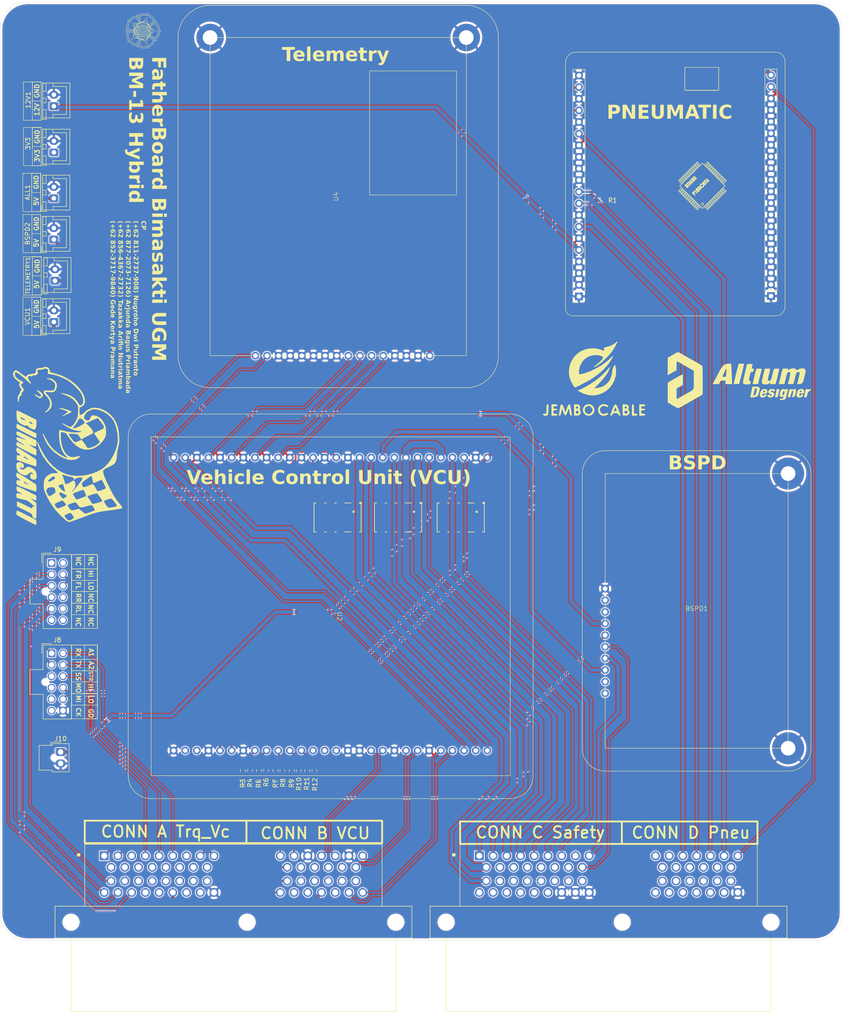
<source format=kicad_pcb>
(kicad_pcb (version 20241229) (generator "pcbnew") (generator_version "9.0")
  (layers (0 "F.Cu" signal) (2 "B.Cu" signal) (13 "F.Paste" user) (15 "B.Paste" user) (5 "F.SilkS" user "F.Silkscreen") (7 "B.SilkS" user "B.Silkscreen") (1 "F.Mask" user) (3 "B.Mask" user) (25 "Edge.Cuts" user))
  (net 0 "")
  (net 2 "SDC_B")
  (net 3 "GND")
  (net 4 "12V")
  (net 5 "3V3")
  (net 6 "ECU_LO")
  (net 7 "ESC2_LO")
  (net 8 "ESC1_LO")
  (net 10 "DISP_HI")
  (net 11 "BMS_LO")
  (net 12 "ECU_HI")
  (net 14 "IND_SWITCH")
  (net 15 "BMS_HI")
  (net 17 "ESC1_HI")
  (net 18 "ESC2_HI")
  (net 19 "TPS")
  (net 21 "DISP_LO")
  (net 22 "STEER_IN")
  (net 23 "BRK_P")
  (net 24 "SS")
  (net 25 "SUSP4")
  (net 26 "ENG_RLY")
  (net 27 "SUSP2")
  (net 28 "APPS_IN1")
  (net 29 "STM_RX")
  (net 30 "APPS_IN2")
  (net 31 "SCK")
  (net 32 "AIR")
  (net 33 "MISO")
  (net 34 "MOSI")
  (net 35 "AMB_TEMP")
  (net 36 "SUSP1")
  (net 37 "SUSP3")
  (net 38 "SWITCH_HY")
  (net 39 "STM_TX")
  (net 40 "WS_FL")
  (net 41 "WS_FR")
  (net 42 "WS_RL")
  (net 43 "WS_RR")
  (net 44 "SCK_T")
  (net 47 "MISO_T")
  (net 49 "MOSI_T")
  (net 51 "CS_T")
  (net 57 "SAFETY")
  (net 58 "SDC_IN")
  (net 59 "FAN_BATT")
  (net 60 "BRAKE_LIGHT")
  (net 61 "SDC_OUT")
  (net 62 "PDM")
  (net 68 "TX_PNEU")
  (net 69 "RX_PNEU")
  (net 93 "/SCL")
  (net 100 "/SDA")
  (net 115 "5V_T")
  (net 116 "5V_B")
  (net 117 "5V_V")
  (net 118 "5V_P")
  (net 119 "PNEU_UP")
  (net 120 "PNEU_DOWN")
  (net 121 "UP")
  (net 122 "DOWN")
  (net 126 "SUSP1_L")
  (net 127 "SUSP2_L")
  (net 128 "SUSP3_L")
  (net 129 "SUSP4_L")
  (net 130 "BRK_P_L")
  (net 140 "GPOS")
  (footprint "Resistor_SMD:R_0603_1608Metric_Pad0.98x0.95mm_HandSolder" (layer "F.Cu") (at 218.611691 271.895381 -90)
    (property "Reference" "R4")
    (property "Value" "3K")
  )
  (footprint "Resistor_SMD:R_0603_1608Metric_Pad0.98x0.95mm_HandSolder" (layer "F.Cu") (at 225.7 271.8875 -90)
    (property "Reference" "R8")
    (property "Value" "3K")
  )
  (footprint "Connector_JST:JST_XH_B2B-XH-A_1x02_P2.50mm_Vertical" (layer "F.Cu") (at 175.745565 173.876387 90)
    (property "Reference" "VCU1")
    (property "Value" "5V_3")
  )
  (footprint "Connector_Molex:Molex_Nano-Fit_105310-xx12_2x06_P2.50mm_Vertical" (layer "F.Cu") (at 175.25 226.525)
    (property "Reference" "J9")
    (property "Value" "SIGNAL 2")
  )
  (footprint "0_logo:111jembo_tulisan_23_16" (layer "F.Cu") (at 294 186.2)
    (property "Reference" "G***" (hide yes))
    (property "Value" "LOGO" (hide yes))
  )
  (footprint "Resistor_SMD:R_0603_1608Metric_Pad0.98x0.95mm_HandSolder" (layer "F.Cu") (at 229.25 271.8875 -90)
    (property "Reference" "R10")
    (property "Value" "3K")
  )
  (footprint "0_FootprintTelemetry:0_FootprintTelemetry" (layer "F.Cu") (at 237.9 146.5 90)
    (property "Reference" "U4")
    (property "Value" "~")
  )
  (footprint "Resistor_SMD:R_0603_1608Metric_Pad0.98x0.95mm_HandSolder" (layer "F.Cu") (at 217.066559 271.8875 -90)
    (property "Reference" "R3")
    (property "Value" "2K")
  )
  (footprint "Connector_JST:JST_XH_B2B-XH-A_1x02_P2.50mm_Vertical" (layer "F.Cu") (at 175.75 126.75 90)
    (property "Reference" "12V1")
    (property "Value" "12V")
  )
  (footprint "Connector_JST:JST_XH_B2B-XH-A_1x02_P2.50mm_Vertical" (layer "F.Cu") (at 175.745565 146.876387 90)
    (property "Reference" "ALL1")
    (property "Value" "5V_5")
  )
  (footprint "0_logo:ugm 7.8x7.8" (layer "F.Cu") (at 195.3 110.3 -90)
    (property "Reference" "G***" (hide yes))
    (property "Value" "LOGO" (hide yes))
  )
  (footprint "Resistor_SMD:R_0603_1608Metric_Pad0.98x0.95mm_HandSolder" (layer "F.Cu") (at 222.144192 271.872036 -90)
    (property "Reference" "R6")
    (property "Value" "3K")
  )
  (footprint "0_FootPrintBPSD:FootPrintBPSD" (layer "F.Cu") (at 316.25 237)
    (property "Reference" "BSPD1")
    (property "Value" "~")
  )
  (footprint "Resistor_SMD:R_0603_1608Metric_Pad0.98x0.95mm_HandSolder" (layer "F.Cu") (at 295.1875 147.3)
    (property "Reference" "R1")
    (property "Value" "R")
  )
  (footprint "Resistor_SMD:R_0603_1608Metric_Pad0.98x0.95mm_HandSolder" (layer "F.Cu") (at 231.15 271.8875 -90)
    (property "Reference" "R11")
    (property "Value" "2K")
  )
  (footprint "Resistor_SMD:R_0603_1608Metric_Pad0.98x0.95mm_HandSolder" (layer "F.Cu") (at 232.7 271.8875 -90)
    (property "Reference" "R12")
    (property "Value" "3K")
  )
  (footprint "Connector_JST:JST_XH_B2B-XH-A_1x02_P2.50mm_Vertical" (layer "F.Cu") (at 175.995565 164.876387 90)
    (property "Reference" "TELEMETRY1")
    (property "Value" "5V_1")
  )
  (footprint "Resistor_SMD:R_0603_1608Metric_Pad0.98x0.95mm_HandSolder" (layer "F.Cu") (at 220.600091 271.874786 -90)
    (property "Reference" "R5")
    (property "Value" "2K")
  )
  (footprint "Bimasakti:BIMSAK GEDE BANGET" (layer "F.Cu") (at 178.75 201 -90)
    (property "Reference" "G***" (hide yes))
    (property "Value" "LOGO" (hide yes))
  )
  (footprint "Connector_JST:JST_XH_B2B-XH-A_1x02_P2.50mm_Vertical" (layer "F.Cu") (at 175.745565 155.876387 90)
    (property "Reference" "BSPD2")
    (property "Value" "5V_2")
  )
  (footprint "Resistor_SMD:R_0603_1608Metric_Pad0.98x0.95mm_HandSolder" (layer "F.Cu") (at 224.2 271.8875 -90)
    (property "Reference" "R7")
    (property "Value" "2K")
  )
  (footprint "0_FootprintVCU:FootprintVCU" (layer "F.Cu") (at 236.25 236 -90)
    (property "Reference" "U2")
    (property "Value" "~")
  )
  (footprint "Resistor_SMD:R_0603_1608Metric_Pad0.98x0.95mm_HandSolder" (layer "F.Cu") (at 227.75 271.8875 -90)
    (property "Reference" "R9")
    (property "Value" "2K")
  )
  (footprint "0_logo:altium 36x36" (layer "F.Cu") (at 325.8 186.6)
    (property "Reference" "G***" (hide yes))
    (property "Value" "LOGO" (hide yes))
  )
  (footprint "Connector_Molex:Molex_Nano-Fit_105309-xx02_1x02_P2.50mm_Vertical" (layer "F.Cu") (at 177.225 267.825)
    (property "Reference" "J10")
    (property "Value" "power")
  )
  (footprint "Connector_JST:JST_XH_B2B-XH-A_1x02_P2.50mm_Vertical" (layer "F.Cu") (at 175.75 136.85 90)
    (property "Reference" "3V3")
    (property "Value" "3V3_1")
  )
  (footprint "0_VCU_CONNECTOR_TE_6437288-3:VCU_CONNECTOR_TE_6437288-3" (layer "F.Cu") (at 300 305)
    (property "Reference" "J11" (hide yes))
    (property "Value" "6437288-3")
  )
  (footprint "0_VCU_CONNECTOR_TE_6437288-3:VCU_CONNECTOR_TE_6437288-3" (layer "F.Cu") (at 218 305)
    (property "Reference" "J1" (hide yes))
    (property "Value" "6437288-3")
  )
  (footprint "0_Footprint_PNEUMATIC:Fooprint Pneumatic" (layer "F.Cu") (at 311.482861 141.35)
    (property "Reference" "U1" (hide yes))
    (property "Value" "~")
  )
  (footprint "Connector_Molex:Molex_Nano-Fit_105310-xx12_2x06_P2.50mm_Vertical" (layer "F.Cu") (at 175.25 246.275)
    (property "Reference" "J8")
    (property "Value" "SIGNAL 1")
  )
  (gr_rect (start 179.6 244.445) (end 185.25 247.575) (stroke (width 0.1)) (fill no) (layer "F.SilkS"))
  (gr_rect (start 171.05 131.4) (end 173 135.575) (stroke (width 0.1)) (fill no) (layer "F.SilkS"))
  (gr_rect (start 264.55 283) (end 329.55 287.9) (stroke (width 0.4)) (fill no) (layer "F.SilkS"))
  (gr_rect (start 170.945565 168.476387) (end 172.895565 172.651387) (stroke (width 0.1)) (fill no) (layer "F.SilkS"))
  (gr_rect (start 169.1 159.65) (end 173 168) (stroke (width 0.1)) (fill no) (layer "F.SilkS"))
  (gr_rect (start 179.6125 227.825) (end 185.2625 230.325) (stroke (width 0.1)) (fill no) (layer "F.SilkS"))
  (gr_rect (start 170.945565 150.426387) (end 172.895565 154.601387) (stroke (width 0.1)) (fill no) (layer "F.SilkS"))
  (gr_rect (start 168.995565 150.426387) (end 172.895565 158.776387) (stroke (width 0.1)) (fill no) (layer "F.SilkS"))
  (gr_rect (start 169.1 121.475) (end 173 129.825) (stroke (width 0.1)) (fill no) (layer "F.SilkS"))
  (gr_line (start 217.85 282.925) (end 217.85 287.675) (stroke (width 0.4)) (layer "F.SilkS"))
  (gr_rect (start 169.1 131.4) (end 173 139.75) (stroke (width 0.1)) (fill no) (layer "F.SilkS"))
  (gr_rect (start 179.6 252.51) (end 185.25 255.075) (stroke (width 0.1)) (fill no) (layer "F.SilkS"))
  (gr_rect (start 171.05 131.4) (end 173 139.75) (stroke (width 0.1)) (fill no) (layer "F.SilkS"))
  (gr_rect (start 182.5 282.825) (end 247.5 287.725) (stroke (width 0.4)) (fill no) (layer "F.SilkS"))
  (gr_rect (start 179.6125 224.695) (end 185.2625 240.825) (stroke (width 0.1)) (fill no) (layer "F.SilkS"))
  (gr_rect (start 179.6 247.575) (end 185.25 250.075) (stroke (width 0.1)) (fill no) (layer "F.SilkS"))
  (gr_rect (start 171.05 121.475) (end 173 125.65) (stroke (width 0.1)) (fill no) (layer "F.SilkS"))
  (gr_rect (start 171.05 159.65) (end 173 163.825) (stroke (width 0.1)) (fill no) (layer "F.SilkS"))
  (gr_rect (start 170.945565 150.426387) (end 172.895565 158.776387) (stroke (width 0.1)) (fill no) (layer "F.SilkS"))
  (gr_rect (start 179.6125 230.325) (end 185.2625 232.76) (stroke (width 0.1)) (fill no) (layer "F.SilkS"))
  (gr_rect (start 168.995565 168.476387) (end 172.895565 176.826387) (stroke (width 0.1)) (fill no) (layer "F.SilkS"))
  (gr_rect (start 179.6 244.445) (end 185.25 260.575) (stroke (width 0.1)) (fill no) (layer "F.SilkS"))
  (gr_rect (start 170.920565 141.426387) (end 172.870565 149.776387) (stroke (width 0.1)) (fill no) (layer "F.SilkS"))
  (gr_rect (start 170.920565 141.426387) (end 172.870565 145.601387) (stroke (width 0.1)) (fill no) (layer "F.SilkS"))
  (gr_rect (start 168.963449 141.424613) (end 172.863449 149.774613) (stroke (width 0.1)) (fill no) (layer "F.SilkS"))
  (gr_rect (start 182.425 244.445) (end 185.25 260.575) (stroke (width 0.1)) (fill no) (layer "F.SilkS"))
  (gr_rect (start 179.6125 232.76) (end 185.2625 235.325) (stroke (width 0.1)) (fill no) (layer "F.SilkS"))
  (gr_rect (start 179.6125 224.695) (end 185.2625 227.825) (stroke (width 0.1)) (fill no) (layer "F.SilkS"))
  (gr_rect (start 171.05 121.475) (end 173 129.825) (stroke (width 0.1)) (fill no) (layer "F.SilkS"))
  (gr_rect (start 171.05 159.65) (end 173 168) (stroke (width 0.1)) (fill no) (layer "F.SilkS"))
  (gr_rect (start 179.6 250.075) (end 185.25 252.51) (stroke (width 0.1)) (fill no) (layer "F.SilkS"))
  (gr_rect (start 179.6 255.075) (end 185.25 257.575) (stroke (width 0.1)) (fill no) (layer "F.SilkS"))
  (gr_line (start 299.9 283.1) (end 299.9 287.85) (stroke (width 0.4)) (layer "F.SilkS"))
  (gr_rect (start 179.6125 235.325) (end 185.2625 237.825) (stroke (width 0.1)) (fill no) (layer "F.SilkS"))
  (gr_rect (start 182.4375 224.695) (end 185.2625 240.825) (stroke (width 0.1)) (fill no) (layer "F.SilkS"))
  (gr_rect (start 170.945565 168.476387) (end 172.895565 176.826387) (stroke (width 0.1)) (fill no) (layer "F.SilkS"))
  (gr_arc (start 348 303) (mid 346.242641 307.242641) (end 342 309) (stroke (width 0.05)) (layer "Edge.Cuts"))
  (gr_arc (start 342 104) (mid 346.242641 105.757359) (end 348 110) (stroke (width 0.05)) (layer "Edge.Cuts"))
  (gr_line (start 170 104) (end 342 104) (stroke (width 0.05)) (layer "Edge.Cuts"))
  (gr_line (start 164 303) (end 164 110) (stroke (width 0.05)) (layer "Edge.Cuts"))
  (gr_arc (start 164 110) (mid 165.757359 105.757359) (end 170 104) (stroke (width 0.05)) (layer "Edge.Cuts"))
  (gr_line (start 348 110) (end 348 303) (stroke (width 0.05)) (layer "Edge.Cuts"))
  (gr_line (start 342 309) (end 170 309) (stroke (width 0.05)) (layer "Edge.Cuts"))
  (gr_arc (start 170 309) (mid 165.757359 307.242641) (end 164 303) (stroke (width 0.05)) (layer "Edge.Cuts"))
  (gr_text "MO\n" (at 180.511361 252.591114 270) (layer "F.SilkS") (effects (font (size 1 1) (thickness 0.2) (bold yes)) (justify left bottom)))
  (gr_text "12V" (at 172.65 129 90) (layer "F.SilkS") (effects (font (size 1 1) (thickness 0.2) (bold yes)) (justify left bottom)))
  (gr_text "PNEUMATIC" (at 296.6 130 0) (layer "F.SilkS") (effects (font (size 3 3) (thickness 0.6) (bold yes) (italic yes)) (justify left bottom)))
  (gr_text "GND" (at 172.7 163.35 90) (layer "F.SilkS") (effects (font (size 1 1) (thickness 0.2) (bold yes)) (justify left bottom)))
  (gr_text "GND" (at 172.545565 154.076387 90) (layer "F.SilkS") (effects (font (size 1 1) (thickness 0.2) (bold yes)) (justify left bottom)))
  (gr_text "MI" (at 180.525 255.285 270) (layer "F.SilkS") (effects (font (size 1 1) (thickness 0.2) (bold yes)) (justify left bottom)))
  (gr_text "GND" (at 172.7 135.1 90) (layer "F.SilkS") (effects (font (size 1 1) (thickness 0.2) (bold yes)) (justify left bottom)))
  (gr_text "FR" (at 180.475 228 270) (layer "F.SilkS") (effects (font (size 1 1) (thickness 0.2) (bold yes)) (justify left bottom)))
  (gr_text "HI" (at 183.225 252.75 270) (layer "F.SilkS") (effects (font (size 1 1) (thickness 0.2) (bold yes)) (justify left bottom)))
  (gr_text "GND" (at 172.495565 145.026387 90) (layer "F.SilkS") (effects (font (size 1 1) (thickness 0.2) (bold yes)) (justify left bottom)))
  (gr_text "5V" (at 172.6 166.75 90) (layer "F.SilkS") (effects (font (size 1 1) (thickness 0.2) (bold yes)) (justify left bottom)))
  (gr_text "FatherBoard Bimasakti UGM\nBM-13 Hybrid " (at 191.7 115.825 270) (layer "F.SilkS") (effects (font (size 3 3) (thickness 0.4) (bold yes) (italic yes)) (justify left bottom)))
  (gr_text "CONN B VCU" (at 220.65 287.025 0) (layer "F.SilkS") (effects (font (size 2.5 2.5) (thickness 0.4)) (justify left bottom)))
  (gr_text "A2" (at 183.325 247.885 270) (layer "F.SilkS") (effects (font (size 1 1) (thickness 0.2) (bold yes)) (justify left bottom)))
  (gr_text "NC" (at 183.25 225 270) (layer "F.SilkS") (effects (font (size 1 1) (thickness 0.2) (bold yes)) (justify left bottom)))
  (gr_text "CONN C Safety" (at 267.7 286.85 0) (layer "F.SilkS") (effects (font (size 2.5 2.5) (thickness 0.4)) (justify left bottom)))
  (gr_text "Vehicle Control Unit (VCU)" (at 204.75 209.8 0) (layer "F.SilkS") (effects (font (size 3 3) (thickness 0.6) (bold yes) (italic yes)) (justify left bottom)))
  (gr_text "NC" (at 183.25 233 270) (layer "F.SilkS") (effects (font (size 1 1) (thickness 0.2) (bold yes)) (justify left bottom)))
  (gr_text "NC" (at 183.25 238.25 270) (layer "F.SilkS") (effects (font (size 1 1) (thickness 0.2) (bold yes)) (justify left bottom)))
  (gr_text "RX" (at 180.48704 244.978652 270) (layer "F.SilkS") (effects (font (size 1 1) (thickness 0.2) (bold yes)) (justify left bottom)))
  (gr_text "FL" (at 180.5 230.5 270) (layer "F.SilkS") (effects (font (size 1 1) (thickness 0.2) (bold yes)) (justify left bottom)))
  (gr_text "GD" (at 183.275 258.25 270) (layer "F.SilkS") (effects (font (size 1 1) (thickness 0.2) (bold yes)) (justify left bottom)))
  (gr_text "CONN A Trq_Vc" (at 185.8 286.675 0) (layer "F.SilkS") (effects (font (size 2.5 2.5) (thickness 0.4)) (justify left bottom)))
  (gr_text "TX" (at 180.48704 247.693652 270) (layer "F.SilkS") (effects (font (size 1 1) (thickness 0.2) (bold yes)) (justify left bottom)))
  (gr_text "3V3" (at 172.7 139.1 90) (layer "F.SilkS") (effects (font (size 1 1) (thickness 0.2) (bold yes)) (justify left bottom)))
  (gr_text "HI" (at 183.2125 228 270) (layer "F.SilkS") (effects (font (size 1 1) (thickness 0.2) (bold yes)) (justify left bottom)))
  (gr_text "GND" (at 172.65 125.1 90) (layer "F.SilkS") (effects (font (size 1 1) (thickness 0.2) (bold yes)) (justify left bottom)))
  (gr_text "SS" (at 180.5 250.25 270) (layer "F.SilkS") (effects (font (size 1 1) (thickness 0.2) (bold yes)) (justify left bottom)))
  (gr_text "CONN D Pneu" (at 301.8 286.9 0) (layer "F.SilkS") (effects (font (size 2.5 2.5) (thickness 0.4)) (justify left bottom)))
  (gr_text "CP\n(+62 811-2737-908) Nugroho Dwi Putranto\n(+62 877-2073-7126) Arjunda Bagus Priambada\n(+62 856-4367-2732) Tazakka Arifin Nutriatma\n(+62 852-3717-9840) Gede Kertya Pramana   \n" (at 188 151.75 270) (layer "F.SilkS") (effects (font (size 1 1) (thickness 0.25) (bold yes)) (justify left bottom)))
  (gr_text "GND" (at 172.545565 172.176387 90) (layer "F.SilkS") (effects (font (size 1 1) (thickness 0.2) (bold yes)) (justify left bottom)))
  (gr_text "NC" (at 183.225 235.5 270) (layer "F.SilkS") (effects (font (size 1 1) (thickness 0.2) (bold yes)) (justify left bottom)))
  (gr_text "LO" (at 183.25 255.25 270) (layer "F.SilkS") (effects (font (size 1 1) (thickness 0.2) (bold yes)) (justify left bottom)))
  (gr_text "Telemetry" (at 225.6 117.4 0) (layer "F.SilkS") (effects (font (size 3 3) (thickness 0.6) (bold yes) (italic yes)) (justify left bottom)))
  (gr_text "A1" (at 183.325 245.085 270) (layer "F.SilkS") (effects (font (size 1 1) (thickness 0.2) (bold yes)) (justify left bottom)))
  (gr_text "LO" (at 183.25 230.5 270) (layer "F.SilkS") (effects (font (size 1 1) (thickness 0.2) (bold yes)) (justify left bottom)))
  (gr_text "5V" (at 172.495565 157.676387 90) (layer "F.SilkS") (effects (font (size 1 1) (thickness 0.2) (bold yes)) (justify left bottom)))
  (gr_text "NC" (at 180.5 225 270) (layer "F.SilkS") (effects (font (size 1 1) (thickness 0.2) (bold yes)) (justify left bottom)))
  (gr_text "NC" (at 180.5 238.25 270) (layer "F.SilkS") (effects (font (size 1 1) (thickness 0.2) (bold yes)) (justify left bottom)))
  (gr_text "CK" (at 180.525 258 270) (layer "F.SilkS") (effects (font (size 1 1) (thickness 0.2) (bold yes)) (justify left bottom)))
  (gr_text "BSPD" (at 310 206.6 0) (layer "F.SilkS") (effects (font (size 3 3) (thickness 0.6) (bold yes) (italic yes)) (justify left bottom)))
  (gr_text "5V" (at 172.495565 148.576387 90) (layer "F.SilkS") (effects (font (size 1 1) (thickness 0.2) (bold yes)) (justify left bottom)))
  (gr_text "RL" (at 180.525 235.535 270) (layer "F.SilkS") (effects (font (size 1 1) (thickness 0.2) (bold yes)) (justify left bottom)))
  (gr_text "5V" (at 172.595565 175.476387 90) (layer "F.SilkS") (effects (font (size 1 1) (thickness 0.2) (bold yes)) (justify left bottom)))
  (gr_text "STR" (at 183.360679 250.058388 270) (layer "F.SilkS") (effects (font (size 0.8 0.8) (thickness 0.14) (bold yes)) (justify left bottom)))
  (gr_text "RR" (at 180.5 233 270) (layer "F.SilkS") (effects (font (size 1 1) (thickness 0.2) (bold yes)) (justify left bottom)))
  (segment (start 247.64 203.5) (end 247.64 200.96) (width 0.8) (layer "B.Cu") (net 2))
  (segment (start 272.5 197.9) (end 280.2 205.6) (width 0.8) (layer "B.Cu") (net 2))
  (segment (start 296.23 249.9) (end 296.25 249.92) (width 0.8) (layer "B.Cu") (net 2))
  (segment (start 250.7 197.9) (end 272.5 197.9) (width 0.8) (layer "B.Cu") (net 2))
  (segment (start 280.2 205.6) (end 280.2 236.9) (width 0.8) (layer "B.Cu") (net 2))
  (segment (start 280.2 236.9) (end 293.2 249.9) (width 0.8) (layer "B.Cu") (net 2))
  (segment (start 247.64 200.96) (end 250.7 197.9) (width 0.8) (layer "B.Cu") (net 2))
  (segment (start 293.2 249.9) (end 296.23 249.9) (width 0.8) (layer "B.Cu") (net 2))
  (via (at 217 274.6) (size 0.6) (drill 0.3) (layers "F.Cu" "B.Cu") (net 3))
  (via (at 224 274.4) (size 0.6) (drill 0.3) (layers "F.Cu" "B.Cu") (net 3))
  (via (at 230.8 274.4) (size 0.6) (drill 0.3) (layers "F.Cu" "B.Cu") (net 3))
  (via (at 220.6 274.4) (size 0.6) (drill 0.3) (layers "F.Cu" "B.Cu") (net 3))
  (via (at 227.4 274.4) (size 0.6) (drill 0.3) (layers "F.Cu" "B.Cu") (net 3))
  (segment (start 236.75 237.25) (end 270.5 203.5) (width 0.8) (layer "F.Cu") (net 4))
  (segment (start 278.985225 146.614775) (end 278.985225 195.014775) (width 0.8) (layer "F.Cu") (net 4))
  (segment (start 180.475 267.825) (end 177.225 267.825) (width 0.8) (layer "F.Cu") (net 4))
  (segment (start 187.5 260.8) (end 180.475 267.825) (width 0.8) (layer "F.Cu") (net 4))
  (segment (start 228.25 237.25) (end 236.75 237.25) (width 0.8) (layer "F.Cu") (net 4))
  (segment (start 278.985225 195.014775) (end 270.5 203.5) (width 0.8) (layer "F.Cu") (net 4))
  (via (at 228.25 237.25) (size 0.6) (drill 0.3) (layers "F.Cu" "B.Cu") (net 4))
  (via (at 187.5 260.8) (size 0.6) (drill 0.3) (layers "F.Cu" "B.Cu") (net 4))
  (via (at 278.985225 146.614775) (size 0.6) (drill 0.3) (layers "F.Cu" "B.Cu") (net 4))
  (segment (start 177 127) (end 176 127) (width 0.8) (layer "B.Cu") (net 4))
  (segment (start 187.5 260.8) (end 188.4 259.9) (width 0.8) (layer "B.Cu") (net 4))
  (segment (start 224.15 237.25) (end 228.25 237.25) (width 0.8) (layer "B.Cu") (net 4))
  (segment (start 259.37045 127) (end 177 127) (width 0.8) (layer "B.Cu") (net 4))
  (segment (start 290.523223 158.152774) (end 278.985225 146.614775) (width 0.8) (layer "B.Cu") (net 4))
  (segment (start 188.4 259.9) (end 201.5 259.9) (width 0.8) (layer "B.Cu") (net 4))
  (segment (start 201.5 259.9) (end 224.15 237.25) (width 0.8) (layer "B.Cu") (net 4))
  (segment (start 278.985225 146.614775) (end 259.37045 127) (width 0.8) (layer "B.Cu") (net 4))
  (segment (start 176 127) (end 175.75 126.75) (width 0.8) (layer "B.Cu") (net 4))
  (segment (start 177 127) (end 175.75 127) (width 0.8) (layer "B.Cu") (net 4))
  (segment (start 258.7 269.14) (end 260.34 267.5) (width 0.4) (layer "B.Cu") (net 6))
  (segment (start 258.7 286.8) (end 258.7 269.14) (width 0.4) (layer "B.Cu") (net 6))
  (segment (start 247 298.5) (end 258.7 286.8) (width 0.4) (layer "B.Cu") (net 6))
  (segment (start 243.25 298.5) (end 247 298.5) (width 0.4) (layer "B.Cu") (net 6))
  (segment (start 178.75 230.5) (end 183.5 230.5) (width 0.4) (layer "F.Cu") (net 7))
  (segment (start 208.899 280.498942) (end 208.899 289.351) (width 0.4) (layer "F.Cu") (net 7))
  (segment (start 177.75 231.525) (end 177.75 231.5) (width 0.4) (layer "F.Cu") (net 7))
  (segment (start 208.899 289.351) (end 207.75 290.5) (width 0.4) (layer "F.Cu") (net 7))
  (segment (start 193.899 240.899) (end 193.899 265.498942) (width 0.4) (layer "F.Cu") (net 7))
  (segment (start 183.5 230.5) (end 193.899 240.899) (width 0.4) (layer "F.Cu") (net 7))
  (segment (start 193.899 265.498942) (end 208.899 280.498942) (width 0.4) (layer "F.Cu") (net 7))
  (segment (start 177.75 231.5) (end 178.75 230.5) (width 0.4) (layer "F.Cu") (net 7))
  (segment (start 177.75 231.525) (end 177.75 231) (width 0.4) (layer "F.Cu") (net 7))
  (segment (start 190.5 286.75) (end 186.75 290.5) (width 0.4) (layer "F.Cu") (net 8))
  (segment (start 177.75 256.275) (end 178.674 255.351) (width 0.4) (layer "F.Cu") (net 8))
  (segment (start 187.101 255.351) (end 190.5 258.75) (width 0.4) (layer "F.Cu") (net 8))
  (segment (start 190.5 258.75) (end 190.5 286.75) (width 0.4) (layer "F.Cu") (net 8))
  (segment (start 178.674 255.351) (end 187.101 255.351) (width 0.4) (layer "F.Cu") (net 8))
  (segment (start 236 289.25) (end 237.25 290.5) (width 0.4) (layer "B.Cu") (net 10))
  (segment (start 247.64 267.5) (end 246.75 268.39) (width 0.4) (layer "B.Cu") (net 10))
  (segment (start 236 282.75) (end 236 289.25) (width 0.4) (layer "B.Cu") (net 10))
  (segment (start 246.75 268.39) (end 246.75 272) (width 0.4) (layer "B.Cu") (net 10))
  (segment (start 246.75 272) (end 236 282.75) (width 0.4) (layer "B.Cu") (net 10))
  (segment (start 245.451 291.649) (end 252.6 284.5) (width 0.4) (layer "B.Cu") (net 11))
  (segment (start 244.399 291.649) (end 245.451 291.649) (width 0.4) (layer "B.Cu") (net 11))
  (segment (start 252.6 284.5) (end 252.6 267.62) (width 0.4) (layer "B.Cu") (net 11))
  (segment (start 252.6 267.62) (end 252.72 267.5) (width 0.4) (layer "B.Cu") (net 11))
  (segment (start 243.25 290.5) (end 244.399 291.649) (width 0.4) (layer "B.Cu") (net 11))
  (segment (start 259.301 287.048942) (end 259.301 271.079) (width 0.4) (layer "B.Cu") (net 12))
  (segment (start 242.25 300.5) (end 244 300.5) (width 0.4) (layer "B.Cu") (net 12))
  (segment (start 247.248942 299.101) (end 259.301 287.048942) (width 0.4) (layer "B.Cu") (net 12))
  (segment (start 240.25 298.5) (end 242.25 300.5) (width 0.4) (layer "B.Cu") (net 12))
  (segment (start 244 300.5) (end 245.399 299.101) (width 0.4) (layer "B.Cu") (net 12))
  (segment (start 259.301 271.079) (end 262.88 267.5) (width 0.4) (layer "B.Cu") (net 12))
  (segment (start 245.399 299.101) (end 247.248942 299.101) (width 0.4) (layer "B.Cu") (net 12))
  (segment (start 204.46 203.5) (end 219.86 218.9) (width 0.8) (layer "B.Cu") (net 14))
  (segment (start 262.7 285) (end 262.7 291.9) (width 0.8) (layer "B.Cu") (net 14))
  (segment (start 273.6 265) (end 273.6 274.1) (width 0.8) (layer "B.Cu") (net 14))
  (segment (start 273.6 274.1) (end 262.7 285) (width 0.8) (layer "B.Cu") (net 14))
  (segment (start 262.7 291.9) (end 266.8 296) (width 0.8) (layer "B.Cu") (net 14))
  (segment (start 266.8 296) (end 270.25 296) (width 0.8) (layer "B.Cu") (net 14))
  (segment (start 219.86 218.9) (end 227.5 218.9) (width 0.8) (layer "B.Cu") (net 14))
  (segment (start 227.5 218.9) (end 273.6 265) (width 0.8) (layer "B.Cu") (net 14))
  (segment (start 253.201 269.559) (end 253.201 284.748942) (width 0.4) (layer "B.Cu") (net 15))
  (segment (start 253.201 284.748942) (end 245.699942 292.25) (width 0.4) (layer "B.Cu") (net 15))
  (segment (start 242.5 292.25) (end 241.75 293) (width 0.4) (layer "B.Cu") (net 15))
  (segment (start 245.699942 292.25) (end 242.5 292.25) (width 0.4) (layer "B.Cu") (net 15))
  (segment (start 255.26 267.5) (end 253.201 269.559) (width 0.4) (layer "B.Cu") (net 15))
  (segment (start 191.101 289.149) (end 189.75 290.5) (width 0.4) (layer "F.Cu") (net 17))
  (segment (start 187.5 254.75) (end 191.101 258.351) (width 0.4) (layer "F.Cu") (net 17))
  (segment (start 177.75 253.775) (end 178.725 254.75) (width 0.4) (layer "F.Cu") (net 17))
  (segment (start 191.101 258.351) (end 191.101 289.149) (width 0.4) (layer "F.Cu") (net 17))
  (segment (start 178.725 254.75) (end 187.5 254.75) (width 0.4) (layer "F.Cu") (net 17))
  (segment (start 183.748942 229.899) (end 178.624 229.899) (width 0.4) (layer "F.Cu") (net 18))
  (segment (start 209.5 289.25) (end 209.5 280.25) (width 0.4) (layer "F.Cu") (net 18))
  (segment (start 194.5 240.650058) (end 183.748942 229.899) (width 0.4) (layer "F.Cu") (net 18))
  (segment (start 178.624 229.899) (end 177.75 229.025) (width 0.4) (layer "F.Cu") (net 18))
  (segment (start 209.5 280.25) (end 194.5 265.25) (width 0.4) (layer "F.Cu") (net 18))
  (segment (start 210.75 290.5) (end 209.5 289.25) (width 0.4) (layer "F.Cu") (net 18))
  (segment (start 194.5 265.25) (end 194.5 240.650058) (width 0.4) (layer "F.Cu") (net 18))
  (segment (start 291.25 293) (end 294 293) (width 0.4) (layer "B.Cu") (net 19))
  (segment (start 297 265.1) (end 301.2 260.9) (width 0.4) (layer "B.Cu") (net 19))
  (segment (start 294 293) (end 297 290) (width 0.4) (layer "B.Cu") (net 19))
  (segment (start 301.2 247.4) (end 298.64 244.84) (width 0.4) (layer "B.Cu") (net 19))
  (segment (start 301.2 260.9) (end 301.2 247.4) (width 0.4) (layer "B.Cu") (net 19))
  (segment (start 298.64 244.84) (end 296.25 244.84) (width 0.4) (layer "B.Cu") (net 19))
  (segment (start 297 290) (end 297 265.1) (width 0.4) (layer "B.Cu") (net 19))
  (segment (start 246.149 271.751058) (end 235.399 282.501058) (width 0.4) (layer "B.Cu") (net 21))
  (segment (start 245.1 267.5) (end 246.149 268.549) (width 0.4) (layer "B.Cu") (net 21))
  (segment (start 246.149 268.549) (end 246.149 271.751058) (width 0.4) (layer "B.Cu") (net 21))
  (segment (start 235.399 289.351) (end 234.25 290.5) (width 0.4) (layer "B.Cu") (net 21))
  (segment (start 235.399 282.501058) (end 235.399 289.351) (width 0.4) (layer "B.Cu") (net 21))
  (segment (start 183.25 252.75) (end 181.75 251.25) (width 0.4) (layer "B.Cu") (net 22))
  (segment (start 181.75 251.25) (end 180.5 251.25) (width 0.4) (layer "B.Cu") (net 22))
  (segment (start 195.75 290.5) (end 195.75 275.5) (width 0.4) (layer "B.Cu") (net 22))
  (segment (start 180.5 251.25) (end 180.475 251.275) (width 0.4) (layer "B.Cu") (net 22))
  (segment (start 183.25 263) (end 183.25 252.75) (width 0.4) (layer "B.Cu") (net 22))
  (segment (start 180.475 251.275) (end 177.75 251.275) (width 0.4) (layer "B.Cu") (net 22))
  (segment (start 195.75 275.5) (end 183.25 263) (width 0.4) (layer "B.Cu") (net 22))
  (segment (start 232.75 277.9) (end 232.7 277.95) (width 0.4) (layer "F.Cu") (net 23))
  (segment (start 232.7 277.3) (end 232.7 277.35) (width 0.4) (layer "F.Cu") (net 23))
  (segment (start 232.7 280.6) (end 228.25 285.05) (width 0.4) (layer "F.Cu") (net 23))
  (segment (start 228.25 285.05) (end 228.25 290.5) (width 0.4) (layer "F.Cu") (net 23))
  (segment (start 279.5 271.6) (end 273.2 277.9) (width 0.4) (layer "F.Cu") (net 23))
  (segment (start 232.7 277.95) (end 232.7 278.4) (width 0.4) (layer "F.Cu") (net 23))
  (segment (start 273.2 277.9) (end 233.25 277.9) (width 0.4) (layer "F.Cu") (net 23))
  (segment (start 232.7 278.4) (end 232.7 280.6) (width 0.4) (layer "F.Cu") (net 23))
  (segment (start 232.75 278.4) (end 233.25 277.9) (width 0.4) (layer "F.Cu") (net 23))
  (segment (start 232.7 278.4) (end 232.75 278.4) (width 0.4) (layer "F.Cu") (net 23))
  (segment (start 232.7 272.8) (end 232.7 277.3) (width 0.4) (layer "F.Cu") (net 23))
  (segment (start 279.5 259.05) (end 279.5 271.6) (width 0.4) (layer "F.Cu") (net 23))
  (segment (start 233.25 277.9) (end 232.75 277.9) (width 0.4) (layer "F.Cu") (net 23))
  (segment (start 296.25 242.3) (end 279.5 259.05) (width 0.4) (layer "F.Cu") (net 23))
  (segment (start 232.7 277.35) (end 233.25 277.9) (width 0.4) (layer "F.Cu") (net 23))
  (segment (start 232.7 277.3) (end 232.7 277.95) (width 0.4) (layer "F.Cu") (net 23))
  (segment (start 229.25 279.45) (end 225.25 283.45) (width 0.4) (layer "F.Cu") (net 25))
  (segment (start 225.25 283.45) (end 225.25 290.5) (width 0.4) (layer "F.Cu") (net 25))
  (segment (start 229.25 272.8) (end 229.25 279.45) (width 0.4) (layer "F.Cu") (net 25))
  (segment (start 286.75 288.25) (end 286.75 290.5) (width 0.508) (layer "B.Cu") (net 26))
  (segment (start 293.2 281.8) (end 286.75 288.25) (width 0.508) (layer "B.Cu") (net 26))
  (segment (start 265.7 203.78) (end 265.7 228.7) (width 0.508) (layer "B.Cu") (net 26))
  (segment (start 265.42 203.5) (end 265.7 203.78) (width 0.508) (layer "B.Cu") (net 26))
  (segment (start 265.7 228.7) (end 293.2 256.2) (width 0.508) (layer "B.Cu") (net 26))
  (segment (start 293.2 256.2) (end 293.2 281.8) (width 0.508) (layer "B.Cu") (net 26))
  (segment (start 224.7 296) (end 226.75 296) (width 0.4) (layer "F.Cu") (net 27))
  (segment (start 220.6 291.9) (end 224.7 296) (width 0.4) (layer "F.Cu") (net 27))
  (segment (start 222.144192 272.784536) (end 222.144192 278.055808) (width 0.4) (layer "F.Cu") (net 27))
  (segment (start 220.6 279.6) (end 220.6 291.9) (width 0.4) (layer "F.Cu") (net 27))
  (segment (start 222.144192 278.055808) (end 220.6 279.6) (width 0.4) (layer "F.Cu") (net 27))
  (segment (start 201.75 290.5) (end 201.75 277.775) (width 0.4) (layer "B.Cu") (net 28))
  (segment (start 201.75 277.775) (end 186.5 262.525) (width 0.4) (layer "B.Cu") (net 28))
  (segment (start 186.5 262.525) (end 186.5 249.5) (width 0.4) (layer "B.Cu") (net 28))
  (segment (start 186.5 249.5) (end 183.275 246.275) (width 0.4) (layer "B.Cu") (net 28))
  (segment (start 183.275 246.275) (end 177.75 246.275) (width 0.4) (layer "B.Cu") (net 28))
  (segment (start 232.4 203.5) (end 232.4 206.85) (width 0.4) (layer "F.Cu") (net 29))
  (segment (start 226.75 212.5) (end 183 212.5) (width 0.4) (layer "F.Cu") (net 29))
  (segment (start 172.25 223.25) (end 172.25 243.275) (width 0.4) (layer "F.Cu") (net 29))
  (segment (start 172.25 243.275) (end 175.25 246.275) (width 0.4) (layer "F.Cu") (net 29))
  (segment (start 183 212.5) (end 172.25 223.25) (width 0.4) (layer "F.Cu") (net 29))
  (segment (start 232.4 206.85) (end 226.75 212.5) (width 0.4) (layer "F.Cu") (net 29))
  (segment (start 183.775 248.775) (end 184.25 249.25) (width 0.4) (layer "B.Cu") (net 30))
  (segment (start 184.25 262.25) (end 198.75 276.75) (width 0.4) (layer "B.Cu") (net 30))
  (segment (start 198.75 276.75) (end 198.75 290.5) (width 0.4) (layer "B.Cu") (net 30))
  (segment (start 177.75 248.775) (end 183.775 248.775) (width 0.4) (layer "B.Cu") (net 30))
  (segment (start 184.25 249.25) (end 184.25 262.25) (width 0.4) (layer "B.Cu") (net 30))
  (segment (start 286.6 278.8) (end 286.6 259.6) (width 1.5) (layer "B.Cu") (net 32))
  (segment (start 277.75 290.5) (end 277.75 287.65) (width 1.5) (layer "B.Cu") (net 32))
  (segment (start 277.75 287.65) (end 286.6 278.8) (width 1.5) (layer "B.Cu") (net 32))
  (segment (start 286.6 259.6) (end 255.26 228.26) (width 1.5) (layer "B.Cu") (net 32))
  (segment (start 255.26 228.26) (end 255.26 203.5) (width 1.5) (layer "B.Cu") (net 32))
  (segment (start 218.611691 272.807881) (end 218.611691 293.047198) (width 0.4) (layer "F.Cu") (net 36))
  (segment (start 224.064493 298.5) (end 225.25 298.5) (width 0.4) (layer "F.Cu") (net 36))
  (segment (start 218.611691 293.047198) (end 224.064493 298.5) (width 0.4) (layer "F.Cu") (net 36))
  (segment (start 222.5 282.2) (end 222.5 290.8) (width 0.4) (layer "F.Cu") (net 37))
  (segment (start 225.7 272.8) (end 225.7 279) (width 0.4) (layer "F.Cu") (net 37))
  (segment (start 222.5 290.8) (end 224.7 293) (width 0.4) (layer "F.Cu") (net 37))
  (segment (start 224.7 293) (end 226.75 293) (width 0.4) (layer "F.Cu") (net 37))
  (segment (start 225.7 279) (end 222.5 282.2) (width 0.4) (layer "F.Cu") (net 37))
  (segment (start 280.75 287.85) (end 280.75 290.5) (width 0.508) (layer "B.Cu") (net 38))
  (segment (start 257.75 203.55) (end 257.75 227.35) (width 0.508) (layer "B.Cu") (net 38))
  (segment (start 257.75 227.35) (end 289.1 258.7) (width 0.508) (layer "B.Cu") (net 38))
  (segment (start 289.1 279.5) (end 280.75 287.85) (width 0.508) (layer "B.Cu") (net 38))
  (segment (start 289.1 258.7) (end 289.1 279.5) (width 0.508) (layer "B.Cu") (net 38))
  (segment (start 257.8 203.5) (end 257.75 203.55) (width 0.508) (layer "B.Cu") (net 38))
  (segment (start 228.972728 202.249) (end 228.593249 202.628479) (width 0.4) (layer "F.Cu") (net 39))
  (segment (start 236.229 202.249) (end 228.972728 202.249) (width 0.4) (layer "F.Cu") (net 39))
  (segment (start 226.839182 205.75) (end 219.257182 205.75) (width 0.4) (layer "F.Cu") (net 39))
  (segment (start 228.593249 202.628479) (end 228.593249 203.995933) (width 0.4) (layer "F.Cu") (net 39))
  (segment (start 170.75 222) (end 170.75 244.275) (width 0.4) (layer "F.Cu") (net 39))
  (segment (start 170.75 244.275) (end 175.25 248.775) (width 0.4) (layer "F.Cu") (net 39))
  (segment (start 214.507182 210.5) (end 182.25 210.5) (width 0.4) (layer "F.Cu") (net 39))
  (segment (start 228.593249 203.995933) (end 226.839182 205.75) (width 0.4) (layer "F.Cu") (net 39))
  (segment (start 237.48 203.5) (end 236.229 202.249) (width 0.4) (layer "F.Cu") (net 39))
  (segment (start 182.25 210.5) (end 170.75 222) (width 0.4) (layer "F.Cu") (net 39))
  (segment (start 219.257182 205.75) (end 214.507182 210.5) (width 0.4) (layer "F.Cu") (net 39))
  (segment (start 187.5 300.75) (end 189.75 298.5) (width 0.4) (layer "B.Cu") (net 40))
  (segment (start 175.25 231.525) (end 172.475 231.525) (width 0.4) (layer "B.Cu") (net 40))
  (segment (start 167.25 282.25) (end 185.75 300.75) (width 0.4) (layer "B.Cu") (net 40))
  (segment (start 185.75 300.75) (end 187.5 300.75) (width 0.4) (layer "B.Cu") (net 40))
  (segment (start 172.475 231.525) (end 167.25 236.75) (width 0.4) (layer "B.Cu") (net 40))
  (segment (start 167.25 236.75) (end 167.25 282.25) (width 0.4) (layer "B.Cu") (net 40))
  (segment (start 172.225 229.025) (end 175.25 229.025) (width 0.4) (layer "B.Cu") (net 41))
  (segment (start 165.75 283.25) (end 165.75 235.5) (width 0.4) (layer "B.Cu") (net 41))
  (segment (start 165.75 235.5) (end 172.225 229.025) (width 0.4) (layer "B.Cu") (net 41))
  (segment (start 192.75 298.5) (end 189 302.25) (width 0.4) (layer "B.Cu") (net 41))
  (segment (start 189 302.25) (end 184.75 302.25) (width 0.4) (layer "B.Cu") (net 41))
  (segment (start 184.75 302.25) (end 165.75 283.25) (width 0.4) (layer "B.Cu") (net 41))
  (segment (start 188.25 296) (end 187 296) (width 0.4) (layer "B.Cu") (net 42))
  (segment (start 187 296) (end 170.5 279.5) (width 0.4) (layer "B.Cu") (net 42))
  (segment (start 170.5 279.5) (end 170.5 241.275) (width 0.4) (layer "B.Cu") (net 42))
  (segment (start 170.5 241.275) (end 175.25 236.525) (width 0.4) (layer "B.Cu") (net 42))
  (segment (start 168.75 280.875) (end 186.375 298.5) (width 0.4) (layer "B.Cu") (net 43))
  (segment (start 175.25 234.025) (end 168.75 240.525) (width 0.4) (layer "B.Cu") (net 43))
  (segment (start 168.75 240.525) (end 168.75 280.875) (width 0.4) (layer "B.Cu") (net 43))
  (segment (start 186.375 298.5) (end 186.75 298.5) (width 0.4) (layer "B.Cu") (net 43))
  (segment (start 240.12 181.25) (end 240.12 182.975) (width 0.4) (layer "B.Cu") (net 44))
  (segment (start 240.12 182.975) (end 230.495 192.6) (width 0.4) (layer "B.Cu") (net 44))
  (segment (start 230.495 192.6) (end 220.44 192.6) (width 0.4) (layer "B.Cu") (net 44))
  (segment (start 220.44 192.6) (end 209.54 203.5) (width 0.4) (layer "B.Cu") (net 44))
  (segment (start 242.66 181.25) (end 242.66 182.975) (width 0.4) (layer "B.Cu") (net 47))
  (segment (start 242.66 182.975) (end 229.835 195.8) (width 0.4) (layer "B.Cu") (net 47))
  (segment (start 229.835 195.8) (end 222.32 195.8) (width 0.4) (layer "B.Cu") (net 47))
  (segment (start 222.32 195.8) (end 214.62 203.5) (width 0.4) (layer "B.Cu") (net 47))
  (segment (start 245.2 181.25) (end 245.2 182.975) (width 0.4) (layer "B.Cu") (net 49))
  (segment (start 224.5 198.7) (end 219.7 203.5) (width 0.4) (layer "B.Cu") (net 49))
  (segment (start 245.2 182.975) (end 229.475 198.7) (width 0.4) (layer "B.Cu") (net 49))
  (segment (start 229.475 198.7) (end 224.5 198.7) (width 0.4) (layer "B.Cu") (net 49))
  (segment (start 226.98 201.3) (end 224.78 203.5) (width 0.4) (layer "B.Cu") (net 51))
  (segment (start 229.415 201.3) (end 226.98 201.3) (width 0.4) (layer "B.Cu") (net 51))
  (segment (start 247.74 181.25) (end 247.74 182.975) (width 0.4) (layer "B.Cu") (net 51))
  (segment (start 247.74 182.975) (end 229.415 201.3) (width 0.4) (layer "B.Cu") (net 51))
  (segment (start 260.34 201.84) (end 260.34 203.5) (width 1.5) (layer "B.Cu") (net 57))
  (segment (start 283.7 260.3) (end 252.72 229.32) (width 1.5) (layer "B.Cu") (net 57))
  (segment (start 259.1 200.6) (end 260.34 201.84) (width 1.5) (layer "B.Cu") (net 57))
  (segment (start 253.9 200.6) (end 259.1 200.6) (width 1.5) (layer "B.Cu") (net 57))
  (segment (start 252.72 201.78) (end 253.9 200.6) (width 1.5) (layer "B.Cu") (net 57))
  (segment (start 252.72 229.32) (end 252.72 203.5) (width 1.5) (layer "B.Cu") (net 57))
  (segment (start 283.7 277.6) (end 283.7 260.3) (width 1.5) (layer "B.Cu") (net 57))
  (segment (start 274.75 290.5) (end 274.75 286.55) (width 1.5) (layer "B.Cu") (net 57))
  (segment (start 274.75 286.55) (end 283.7 277.6) (width 1.5) (layer "B.Cu") (net 57))
  (segment (start 252.72 203.5) (end 252.72 201.78) (width 1.5) (layer "B.Cu") (net 57))
  (segment (start 250.18 230.88) (end 250.18 203.5) (width 0.8) (layer "B.Cu") (net 58))
  (segment (start 281.2 261.9) (end 250.18 230.88) (width 0.8) (layer "B.Cu") (net 58))
  (segment (start 271.75 290.5) (end 271.75 286.25) (width 0.8) (layer "B.Cu") (net 58))
  (segment (start 271.75 286.25) (end 281.2 276.8) (width 0.8) (layer "B.Cu") (net 58))
  (segment (start 281.2 276.8) (end 281.2 261.9) (width 0.8) (layer "B.Cu") (net 58))
  (segment (start 276.2 263.3) (end 276.2 275.1) (width 1.5) (layer "B.Cu") (net 59))
  (segment (start 267.3 293) (end 270.25 293) (width 1.5) (layer "B.Cu") (net 59))
  (segment (start 265.2 286.1) (end 265.2 290.9) (width 1.5) (layer "B.Cu") (net 59))
  (segment (start 242.56 203.5) (end 242.56 229.66) (width 1.5) (layer "B.Cu") (net 59))
  (segment (start 265.2 290.9) (end 267.3 293) (width 1.5) (layer "B.Cu") (net 59))
  (segment (start 276.2 275.1) (end 265.2 286.1) (width 1.5) (layer "B.Cu") (net 59))
  (segment (start 242.56 229.66) (end 276.2 263.3) (width 1.5) (layer "B.Cu") (net 59))
  (segment (start 278.9 262.4) (end 278.9 275.6) (width 0.8) (layer "B.Cu") (net 60))
  (segment (start 245.1 228.6) (end 278.9 262.4) (width 0.8) (layer "B.Cu") (net 60))
  (segment (start 278.9 275.6) (end 268.75 285.75) (width 0.8) (layer "B.Cu") (net 60))
  (segment (start 268.75 285.75) (end 268.75 290.5) (width 0.8) (layer "B.Cu") (net 60))
  (segment (start 245.1 203.5) (end 245.1 228.6) (width 0.8) (layer "B.Cu") (net 60))
  (segment (start 294.9 288.35) (end 292.75 290.5) (width 0.8) (layer "B.Cu") (net 61))
  (segment (start 297.38 247.38) (end 299.1 249.1) (width 0.8) (layer "B.Cu") (net 61))
  (segment (start 296.25 247.38) (end 297.38 247.38) (width 0.8) (layer "B.Cu") (net 61))
  (segment (start 299.1 259.2) (end 294.9 263.4) (width 0.8) (layer "B.Cu") (net 61))
  (segment (start 294.9 263.4) (end 294.9 288.35) (width 0.8) (layer "B.Cu") (net 61))
  (segment (start 299.1 249.1) (end 299.1 259.2) (width 0.8) (layer "B.Cu") (net 61))
  (segment (start 262.9 203.52) (end 262.9 228.9) (width 1) (layer "B.Cu") (net 62))
  (segment (start 262.9 228.9) (end 291.1 257.1) (width 1) (layer "B.Cu") (net 62))
  (segment (start 291.1 280.5) (end 283.75 287.85) (width 1) (layer "B.Cu") (net 62))
  (segment (start 291.1 257.1) (end 291.1 280.5) (width 1) (layer "B.Cu") (net 62))
  (segment (start 262.88 203.5) (end 262.9 203.52) (width 1) (layer "B.Cu") (net 62))
  (segment (start 283.75 287.85) (end 283.75 290.5) (width 1) (layer "B.Cu") (net 62))
  (segment (start 218.1 257.5) (end 212.08 263.52) (width 0.508) (layer "F.Cu") (net 68))
  (segment (start 212.08 263.52) (end 212.08 267.5) (width 0.508) (layer "F.Cu") (net 68))
  (segment (start 290.523223 122.592774) (end 290.415997 122.7) (width 0.508) (layer "F.Cu") (net 68))
  (segment (start 233.5 257.5) (end 218.1 257.5) (width 0.508) (layer "F.Cu") (net 68))
  (segment (start 290.415997 122.7) (end 286.1 122.7) (width 0.508) (layer "F.Cu") (net 68))
  (segment (start 286.1 122.7) (end 282.4 126.4) (width 0.508) (layer "F.Cu") (net 68))
  (segment (start 282.4 126.4) (end 282.4 208.6) (width 0.508) (layer "F.Cu") (net 68))
  (segment (start 282.4 208.6) (end 233.5 257.5) (width 0.508) (layer "F.Cu") (net 68))
  (segment (start 285.1 210) (end 285.1 129.4) (width 0.508) (layer "F.Cu") (net 69))
  (segment (start 235 260.1) (end 285.1 210) (width 0.508) (layer "F.Cu") (net 69))
  (segment (start 214.6 266.66) (end 214.6 264.8) (width 0.508) (layer "F.Cu") (net 69))
  (segment (start 286.827226 127.672774) (end 290.523223 127.672774) (width 0.508) (layer "F.Cu") (net 69))
  (segment (start 214.62 267.5) (end 214.62 266.68) (width 0.508) (layer "F.Cu") (net 69))
  (segment (start 219.3 260.1) (end 235 260.1) (width 0.508) (layer "F.Cu") (net 69))
  (segment (start 285.1 129.4) (end 286.827226 127.672774) (width 0.508) (layer "F.Cu") (net 69))
  (segment (start 214.6 264.8) (end 219.3 260.1) (width 0.508) (layer "F.Cu") (net 69))
  (segment (start 214.62 266.68) (end 214.6 266.66) (width 0.508) (layer "F.Cu") (net 69))
  (segment (start 216 181.25) (end 219.8 181.25) (width 0.4) (layer "B.Cu") (net 93))
  (segment (start 265.42 266.17) (end 234.149 234.899) (width 0.4) (layer "B.Cu") (net 93))
  (segment (start 265.42 267.5) (end 265.42 266.17) (width 0.4) (layer "B.Cu") (net 93))
  (segment (start 197.75 206.75) (end 197.75 199.5) (width 0.4) (layer "B.Cu") (net 93))
  (segment (start 225.899 234.899) (end 197.75 206.75) (width 0.4) (layer "B.Cu") (net 93))
  (segment (start 197.75 199.5) (end 216 181.25) (width 0.4) (layer "B.Cu") (net 93))
  (segment (start 234.149 234.899) (end 225.899 234.899) (width 0.4) (layer "B.Cu") (net 93))
  (segment (start 216.5 184.25) (end 219.5 184.25) (width 0.4) (layer "B.Cu") (net 100))
  (segment (start 219.5 184.25) (end 222.34 181.41) (width 0.4) (layer "B.Cu") (net 100))
  (segment (start 199.5 201.25) (end 216.5 184.25) (width 0.4) (layer "B.Cu") (net 100))
  (segment (start 235 232.75) (end 226.75 232.75) (width 0.4) (layer "B.Cu") (net 100))
  (segment (start 267.961751 267.634145) (end 267.961751 265.711751) (width 0.4) (layer "B.Cu") (net 100))
  (segment (start 222.34 181.41) (end 222.34 181.25) (width 0.4) (layer "B.Cu") (net 100))
  (segment (start 199.5 205.5) (end 199.5 201.25) (width 0.4) (layer "B.Cu") (net 100))
  (segment (start 267.961751 265.711751) (end 235 232.75) (width 0.4) (layer "B.Cu") (net 100))
  (segment (start 226.75 232.75) (end 199.5 205.5) (width 0.4) (layer "B.Cu") (net 100))
  (segment (start 234.6 157) (end 176.869178 157) (width 0.8) (layer "F.Cu") (net 115))
  (segment (start 332.5 119.974884) (end 327.925116 115.4) (width 0.8) (layer "F.Cu") (net 115))
  (segment (start 282.1 115.4) (end 238.75 158.75) (width 0.8) (layer "F.Cu") (net 115))
  (segment (start 238.75 158.75) (end 238.75 161.15) (width 0.8) (layer "F.Cu") (net 115))
  (segment (start 236.175 158.575) (end 234.6 157) (width 0.8) (layer "F.Cu") (net 115))
  (segment (start 238.75 158.75) (end 236.35 158.75) (width 0.8) (layer "F.Cu") (net 115))
  (segment (start 238.8 161.2) (end 257.9 180.3) (width 0.8) (layer "F.Cu") (net 115))
  (segment (start 238.75 158.75) (end 238.75 159.5) (width 0.8) (layer "F.Cu") (net 115))
  (segment (start 236.35 158.75) (end 236.175 158.575) (width 0.8) (layer "F.Cu") (net 115))
  (segment (start 238.75 161.15) (end 238.8 161.2) (width 0.8) (layer "F.Cu") (net 115))
  (segment (start 327.925116 115.4) (end 282.1 115.4) (width 0.8) (layer "F.Cu") (net 115))
  (segment (start 238 158.75) (end 237.175 159.575) (width 0.8) (layer "F.Cu") (net 115))
  (segment (start 238.75 159.5) (end 237.925 160.325) (width 0.8) (layer "F.Cu") (net 115))
  (segment (start 237.55 159.95) (end 237.925 160.325) (width 0.8) (layer "F.Cu") (net 115))
  (segment (start 257.9 180.3) (end 257.9 181.25) (width 0.8) (layer "F.Cu") (net 115))
  (segment (start 237.175 159.575) (end 237.55 159.95) (width 0.8) (layer "F.Cu") (net 115))
  (segment (start 237.925 160.325) (end 238.8 161.2) (width 0.8) (layer "F.Cu") (net 115))
  (segment (start 238.75 158.75) (end 238 158.75) (width 0.8) (layer "F.Cu") (net 115))
  (segment (start 176.869178 157) (end 175.745565 155.876387) (width 0.8) (layer "F.Cu") (net 115))
  (segment (start 238.75 158.75) (end 237.55 159.95) (width 0.8) (layer "F.Cu") (net 115))
  (segment (start 236.175 158.575) (end 237.175 159.575) (width 0.8) (layer "F.Cu") (net 115))
  (segment (start 180.476387 164.876387) (end 175.995565 164.876387) (width 0.8) (layer "F.Cu") (net 116))
  (segment (start 209.5 193.9) (end 180.476387 164.876387) (width 0.8) (layer "F.Cu") (net 116))
  (segment (start 269 193.9) (end 209.5 193.9) (width 0.8) (layer "F.Cu") (net 116))
  (via (at 269 193.9) (size 0.6) (drill 0.3) (layers "F.Cu" "B.Cu") (net 116))
  (segment (start 293.66 239.76) (end 296.25 239.76) (width 0.8) (layer "B.Cu") (net 116))
  (segment (start 269 193.9) (end 274.7 193.9) (width 0.8) (layer "B.Cu") (net 116))
  (segment (start 288.8 208) (end 288.8 234.9) (width 0.8) (layer "B.Cu") (net 116))
  (segment (start 274.7 193.9) (end 288.8 208) (width 0.8) (layer "B.Cu") (net 116))
  (segment (start 288.8 234.9) (end 293.66 239.76) (width 0.8) (layer "B.Cu") (net 116))
  (segment (start 175.745565 177.325565) (end 175.745565 173.876387) (width 0.8) (layer "F.Cu") (net 117))
  (segment (start 201.92 203.5) (end 175.745565 177.325565) (width 0.8) (layer "F.Cu") (net 117))
  (segment (start 201.92 204.72) (end 201.92 203.5) (width 0.8) (layer "B.Cu") (net 117))
  (segment (start 270.5 265.8) (end 226.3 221.6) (width 0.8) (layer "B.Cu") (net 117))
  (segment (start 270.5 267.5) (end 270.5 265.8) (width 0.8) (layer "B.Cu") (net 117))
  (segment (start 218.8 221.6) (end 201.92 204.72) (width 0.8) (layer "B.Cu") (net 117))
  (segment (start 226.3 221.6) (end 218.8 221.6) (width 0.8) (layer "B.Cu") (net 117))
  (segment (start 200.6 302) (end 201.5 301.1) (width 0.8) (layer "F.Cu") (net 118))
  (segment (start 168.8 151.45) (end 173.373613 146.876387) (width 0.8) (layer "F.Cu") (net 118))
  (segment (start 173.373613 146.876387) (end 175.745565 146.876387) (width 0.8) (layer "F.Cu") (net 118))
  (segment (start 201.7 302) (end 202.7 302) (width 0.8) (layer "F.Cu") (net 118))
  (segment (start 230.75 302) (end 234.25 298.5) (width 0.8) (layer "F.Cu") (net 118))
  (segment (start 201.75 301.95) (end 201.7 302) (width 0.8) (layer "F.Cu") (net 118))
  (segment (start 201.75 301.1) (end 201.75 301.95) (width 0.8) (layer "F.Cu") (net 118))
  (segment (start 200.6 302) (end 201.7 302) (width 0.8) (layer "F.Cu") (net 118))
  (segment (start 202.7 302) (end 230.75 302) (width 0.8) (layer "F.Cu") (net 118))
  (segment (start 168.8 160.8) (end 168.8 285.8) (width 0.8) (layer "F.Cu") (net 118))
  (segment (start 202.7 302) (end 202.65 302) (width 0.8) (layer "F.Cu") (net 118))
  (segment (start 168.8 285.8) (end 185 302) (width 0.8) (layer "F.Cu") (net 118))
  (segment (start 202.65 302) (end 201.75 301.1) (width 0.8) (layer "F.Cu") (net 118))
  (segment (start 201.5 301.1) (end 201.75 301.1) (width 0.8) (layer "F.Cu") (net 118))
  (segment (start 168.8 160.8) (end 168.8 151.45) (width 0.8) (layer "F.Cu") (net 118))
  (segment (start 168.75 160.75) (end 168.8 160.8) (width 0.8) (layer "F.Cu") (net 118))
  (segment (start 185 302) (end 200.6 302) (width 0.8) (layer "F.Cu") (net 118))
  (segment (start 201.75 298.5) (end 201.75 301.1) (width 0.8) (layer "F.Cu") (net 118))
  (segment (start 290.523223 132.752774) (end 322.25 164.479551) (width 0.8) (layer "B.Cu") (net 119))
  (segment (start 322.25 164.479551) (end 322.25 290.5) (width 0.8) (layer "B.Cu") (net 119))
  (segment (start 290.523223 153.072774) (end 292.972774 153.072774) (width 0.8) (layer "B.Cu") (net 120))
  (segment (start 292.972774 153.072774) (end 313.25 173.35) (width 0.8) (layer "B.Cu") (net 120))
  (segment (start 313.25 173.35) (end 313.25 290.5) (width 0.8) (layer "B.Cu") (net 120))
  (segment (start 290.523223 145.452774) (end 293.927774 145.452774) (width 0.508) (layer "F.Cu") (net 121))
  (segment (start 293.927774 145.452774) (end 294.275 145.8) (width 0.508) (layer "F.Cu") (net 121))
  (segment (start 319.25 171.75) (end 319.25 290.5) (width 0.508) (layer "B.Cu") (net 121))
  (segment (start 292.952774 145.452774) (end 319.25 171.75) (width 0.508) (layer "B.Cu") (net 121))
  (segment (start 290.523223 145.452774) (end 292.952774 145.452774) (width 0.508) (layer "B.Cu") (net 121))
  (segment (start 293.582226 147.992774) (end 294.275 147.3) (width 0.508) (layer "F.Cu") (net 122))
  (segment (start 290.523223 147.992774) (end 293.582226 147.992774) (width 0.508) (layer "F.Cu") (net 122))
  (segment (start 292.492774 147.992774) (end 290.523223 147.992774) (width 0.508) (layer "B.Cu") (net 122))
  (segment (start 316.25 171.75) (end 292.492774 147.992774) (width 0.508) (layer "B.Cu") (net 122))
  (segment (start 316.25 290.5) (end 316.25 171.75) (width 0.508) (layer "B.Cu") (net 122))
  (segment (start 218.60381 270.975) (end 218.611691 270.982881) (width 0.4) (layer "F.Cu") (net 126))
  (segment (start 219.7 267.5) (end 217.85 269.35) (width 0.4) (layer "F.Cu") (net 126))
  (segment (start 217.066559 270.975) (end 217.525 270.975) (width 0.4) (layer "F.Cu") (net 126))
  (segment (start 218.611691 270.982881) (end 218.182881 270.982881) (width 0.4) (layer "F.Cu") (net 126))
  (segment (start 217.85 270.975) (end 218.60381 270.975) (width 0.4) (layer "F.Cu") (net 126))
  (segment (start 217.85 269.35) (end 217.85 270.65) (width 0.4) (layer "F.Cu") (net 126))
  (segment (start 217.85 270.65) (end 217.85 270.975) (width 0.4) (layer "F.Cu") (net 126))
  (segment (start 217.066559 270.975) (end 217.85 270.975) (width 0.4) (layer "F.Cu") (net 126))
  (segment (start 217.525 270.975) (end 217.85 270.65) (width 0.4) (layer "F.Cu") (net 126))
  (segment (start 218.182881 270.982881) (end 217.85 270.65) (width 0.4) (layer "F.Cu") (net 126))
  (segment (start 220.600091 270.962286) (end 221.35 270.962286) (width 0.4) (layer "F.Cu") (net 127))
  (segment (start 221.35 270.962286) (end 222.141442 270.962286) (width 0.4) (layer "F.Cu") (net 127))
  (segment (start 222.24 267.5) (end 221.35 268.39) (width 0.4) (layer "F.Cu") (net 127))
  (segment (start 221.35 270.55) (end 221.35 270.962286) (width 0.4) (layer "F.Cu") (net 127))
  (segment (start 221.759536 270.959536) (end 221.35 270.55) (width 0.4) (layer "F.Cu") (net 127))
  (segment (start 220.600091 270.962286) (end 220.937714 270.962286) (width 0.4) (layer "F.Cu") (net 127))
  (segment (start 220.937714 270.962286) (end 221.35 270.55) (width 0.4) (layer "F.Cu") (net 127))
  (segment (start 222.144192 270.959536) (end 221.759536 270.959536) (width 0.4) (layer "F.Cu") (net 127))
  (segment (start 222.141442 270.962286) (end 222.144192 270.959536) (width 0.4) (layer "F.Cu") (net 127))
  (segment (start 221.35 268.39) (end 221.35 270.55) (width 0.4) (layer "F.Cu") (net 127))
  (segment (start 225.7 270.975) (end 225.475 270.975) (width 0.4) (layer "F.Cu") (net 128))
  (segment (start 224.9 270.975) (end 225.7 270.975) (width 0.4) (layer "F.Cu") (net 128))
  (segment (start 224.78 267.5) (end 224.95 267.67) (width 0.4) (layer "F.Cu") (net 128))
  (segment (start 224.2 270.975) (end 224.9 270.975) (width 0.4) (layer "F.Cu") (net 128))
  (segment (start 225.475 270.975) (end 224.95 270.45) (width 0.4) (layer "F.Cu") (net 128))
  (segment (start 224.95 270.45) (end 224.95 270.925) (width 0.4) (layer "F.Cu") (net 128))
  (segment (start 224.95 267.67) (end 224.95 270.45) (width 0.4) (layer "F.Cu") (net 128))
  (segment (start 224.95 270.925) (end 224.9 270.975) (width 0.4) (layer "F.Cu") (net 128))
  (segment (start 224.425 270.975) (end 224.95 270.45) (width 0.4) (layer "F.Cu") (net 128))
  (segment (start 224.2 270.975) (end 224.425 270.975) (width 0.4) (layer "F.Cu") (net 128))
  (segment (start 228.3 268.48) (end 227.32 267.5) (width 0.4) (layer "F.Cu") (net 129))
  (segment (start 228.5 270.55) (end 228.5 270.975) (width 0.4) (layer "F.Cu") (net 129))
  (segment (start 228.3 268.5) (end 228.5 268.7) (width 0.4) (layer "F.Cu") (net 129))
  (segment (start 228.5 268.7) (end 228.5 270.55) (width 0.4) (layer "F.Cu") (net 129))
  (segment (start 227.75 270.975) (end 228.5 270.975) (width 0.4) (layer "F.Cu") (net 129))
  (segment (start 228.3 268.48) (end 228.3 268.5) (width 0.4) (layer "F.Cu") (net 129))
  (segment (start 228.075 270.975) (end 228.5 270.55) (width 0.4) (layer "F.Cu") (net 129))
  (segment (start 229.25 270.975) (end 228.925 270.975) (width 0.4) (layer "F.Cu") (net 129))
  (segment (start 228.925 270.975) (end 228.5 270.55) (width 0.4) (layer "F.Cu") (net 129))
  (segment (start 227.75 270.975) (end 228.075 270.975) (width 0.4) (layer "F.Cu") (net 129))
  (segment (start 228.5 270.975) (end 229.25 270.975) (width 0.4) (layer "F.Cu") (net 129))
  (segment (start 232.7 270.975) (end 232.425 270.975) (width 0.4) (layer "F.Cu") (net 130))
  (segment (start 232.425 270.975) (end 231.9 270.45) (width 0.4) (layer "F.Cu") (net 130))
  (segment (start 231.375 270.975) (end 231.9 270.45) (width 0.4) (layer "F.Cu") (net 130))
  (segment (start 231.15 270.975) (end 231.375 270.975) (width 0.4) (layer "F.Cu") (net 130))
  (segment (start 231.9 270.975) (end 232.7 270.975) (width 0.4) (layer "F.Cu") (net 130))
  (segment (start 231.9 270.45) (end 231.9 270.975) (width 0.4) (layer "F.Cu") (net 130))
  (segment (start 231.15 270.975) (end 231.9 270.975) (width 0.4) (layer "F.Cu") (net 130))
  (segment (start 229.86 267.5) (end 231.9 269.54) (width 0.4) (layer "F.Cu") (net 130))
  (segment (start 231.9 269.54) (end 231.9 270.45) (width 0.4) (layer "F.Cu") (net 130))
  (segment (start 332.5 122.514884) (end 341.8 131.814884) (width 0.4) (layer "B.Cu") (net 140))
  (segment (start 341.8 273.95) (end 325.25 290.5) (width 0.4) (layer "B.Cu") (net 140))
  (segment (start 341.8 131.814884) (end 341.8 273.95) (width 0.4) (layer "B.Cu") (net 140))
  (zone (net 3) (net_name "GND") (layers "F.Cu" "B.Cu") (connect_pads (clearance 0)) (min_thickness 0.25) (fill yes (thermal_gap 0.5) (thermal_bridge_width 0.5))
    (polygon (pts (xy 164 309) (xy 348 309) (xy 348 104) (xy 164 104)))
  )
)
</source>
